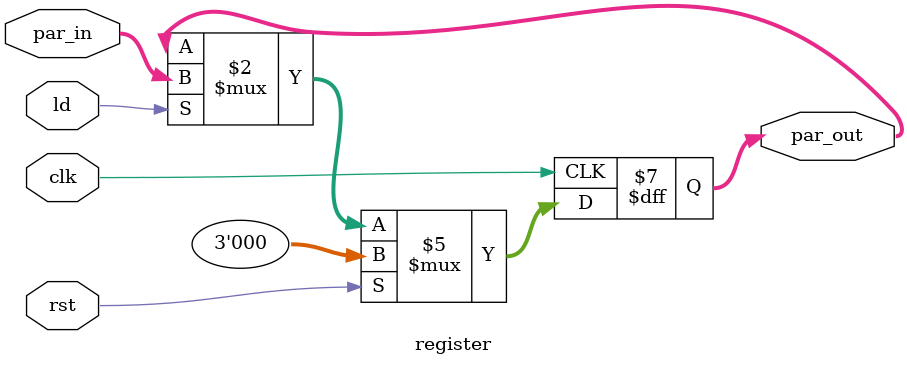
<source format=v>
module register #(
	parameter SIZE = 8,
	parameter BIT = $clog2(SIZE)
) 
(
	input clk,
	input rst,
	input ld,
	input [BIT - 1:0] par_in,
	output reg [BIT - 1 :0] par_out
);
	always @(posedge clk) begin
		if(rst)
			par_out <= 0;
		else if(ld)
			par_out <= par_in;
	end
endmodule
</source>
